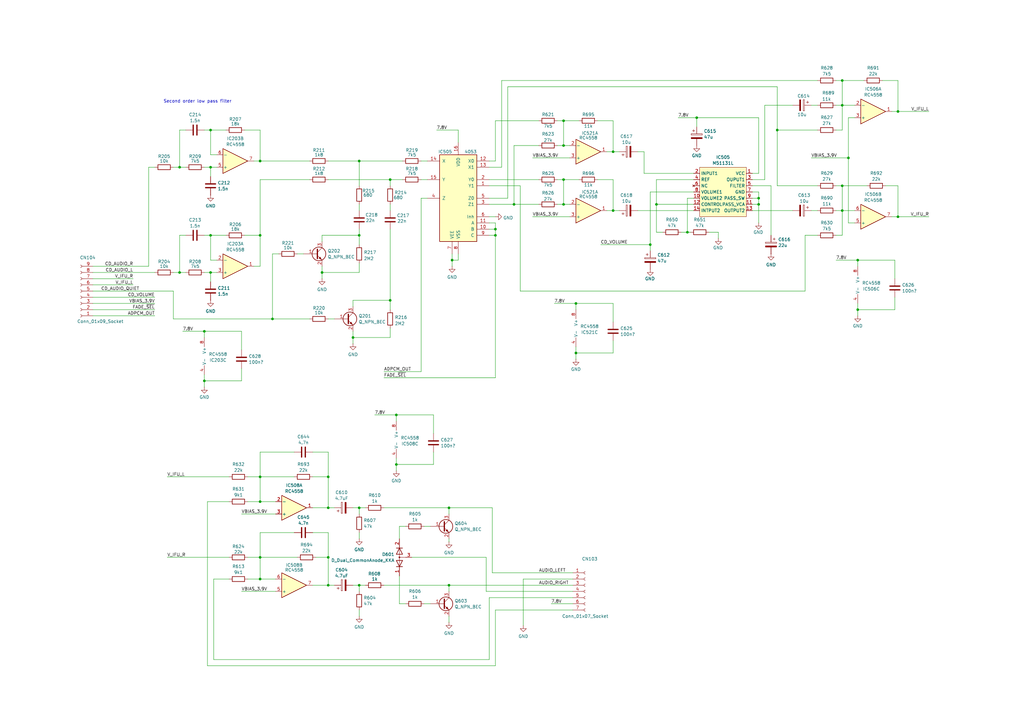
<source format=kicad_sch>
(kicad_sch (version 20231120) (generator "eeschema") (generator_version "8.0")
  (paper "A3")
  (lib_symbols
    (symbol "4xxx:4053" (pin_names (offset 1.016))
      (property "Reference" "U" (at -7.62 19.05 0))
      (property "Value" "4053" (at -7.62 -19.05 0))
      (symbol "4053_1_0"
        (pin passive line (at -12.7 5.08 0) (length 5.08) (name "Y1") (number "1"))
        (pin input line (at -12.7 -12.7 0) (length 5.08) (name "B") (number "10"))
        (pin input line (at -12.7 -10.16 0) (length 5.08) (name "A") (number "11"))
        (pin passive line (at -12.7 15.24 0) (length 5.08) (name "X0") (number "12"))
        (pin passive line (at -12.7 12.7 0) (length 5.08) (name "X1") (number "13"))
        (pin passive line (at 12.7 15.24 180) (length 5.08) (name "X") (number "14"))
        (pin passive line (at 12.7 7.62 180) (length 5.08) (name "Y") (number "15"))
        (pin power_in line (at 0 22.86 270) (length 5.08) (name "VDD") (number "16"))
        (pin passive line (at -12.7 7.62 0) (length 5.08) (name "Y0") (number "2"))
        (pin passive line (at -12.7 -2.54 0) (length 5.08) (name "Z1") (number "3"))
        (pin passive line (at 12.7 0 180) (length 5.08) (name "Z") (number "4"))
        (pin passive line (at -12.7 0 0) (length 5.08) (name "Z0") (number "5"))
        (pin input line (at -12.7 -7.62 0) (length 5.08) (name "Inh") (number "6"))
        (pin power_in line (at 2.54 -22.86 90) (length 5.08) (name "VEE") (number "7"))
        (pin power_in line (at 0 -22.86 90) (length 5.08) (name "VSS") (number "8"))
        (pin input line (at -12.7 -15.24 0) (length 5.08) (name "C") (number "9"))
      )
    )
    (symbol "Amplifier_Operational:RC4558" (pin_names (offset 0.127))
      (property "Reference" "U" (at 0 5.08 0))
      (property "Value" "RC4558" (at 0 -5.08 0))
      (symbol "RC4558_1_1"
        (pin output line (at 7.62 0 180) (length 2.54) (name "~") (number "1"))
        (pin input line (at -7.62 -2.54 0) (length 2.54) (name "-") (number "2"))
        (pin input line (at -7.62 2.54 0) (length 2.54) (name "+") (number "3"))
      )
      (symbol "RC4558_2_1"
        (pin input line (at -7.62 2.54 0) (length 2.54) (name "+") (number "5"))
        (pin input line (at -7.62 -2.54 0) (length 2.54) (name "-") (number "6"))
        (pin output line (at 7.62 0 180) (length 2.54) (name "~") (number "7"))
      )
      (symbol "RC4558_3_1"
        (pin power_in line (at -2.54 -7.62 90) (length 3.81) (name "V-") (number "4"))
        (pin power_in line (at -2.54 7.62 270) (length 3.81) (name "V+") (number "8"))
      )
    )
    (symbol "Connector:Conn_01x07_Socket" (pin_names (offset 1.016) hide)
      (property "Reference" "J" (at 0 10.16 0))
      (property "Value" "Conn_01x07_Socket" (at 0 -10.16 0))
      (symbol "Conn_01x07_Socket_1_1"
        (pin passive line (at -5.08 7.62 0) (length 3.81) (name "Pin_1") (number "1"))
        (pin passive line (at -5.08 5.08 0) (length 3.81) (name "Pin_2") (number "2"))
        (pin passive line (at -5.08 2.54 0) (length 3.81) (name "Pin_3") (number "3"))
        (pin passive line (at -5.08 0 0) (length 3.81) (name "Pin_4") (number "4"))
        (pin passive line (at -5.08 -2.54 0) (length 3.81) (name "Pin_5") (number "5"))
        (pin passive line (at -5.08 -5.08 0) (length 3.81) (name "Pin_6") (number "6"))
        (pin passive line (at -5.08 -7.62 0) (length 3.81) (name "Pin_7") (number "7"))
      )
    )
    (symbol "Connector:Conn_01x09_Socket" (pin_names (offset 1.016) hide)
      (property "Reference" "J" (at 0 12.7 0))
      (property "Value" "Conn_01x09_Socket" (at 0 -12.7 0))
      (symbol "Conn_01x09_Socket_1_1"
        (pin passive line (at -5.08 10.16 0) (length 3.81) (name "Pin_1") (number "1"))
        (pin passive line (at -5.08 7.62 0) (length 3.81) (name "Pin_2") (number "2"))
        (pin passive line (at -5.08 5.08 0) (length 3.81) (name "Pin_3") (number "3"))
        (pin passive line (at -5.08 2.54 0) (length 3.81) (name "Pin_4") (number "4"))
        (pin passive line (at -5.08 0 0) (length 3.81) (name "Pin_5") (number "5"))
        (pin passive line (at -5.08 -2.54 0) (length 3.81) (name "Pin_6") (number "6"))
        (pin passive line (at -5.08 -5.08 0) (length 3.81) (name "Pin_7") (number "7"))
        (pin passive line (at -5.08 -7.62 0) (length 3.81) (name "Pin_8") (number "8"))
        (pin passive line (at -5.08 -10.16 0) (length 3.81) (name "Pin_9") (number "9"))
      )
    )
    (symbol "Device:C" (pin_numbers hide) (pin_names (offset 0.254))
      (property "Reference" "C" (at 0.635 2.54 0))
      (property "Value" "C" (at 0.635 -2.54 0))
      (symbol "C_1_1"
        (pin passive line (at 0 3.81 270) (length 2.794) (name "~") (number "1"))
        (pin passive line (at 0 -3.81 90) (length 2.794) (name "~") (number "2"))
      )
    )
    (symbol "Device:C_Polarized" (pin_numbers hide) (pin_names (offset 0.254))
      (property "Reference" "C" (at 0.635 2.54 0))
      (property "Value" "C_Polarized" (at 0.635 -2.54 0))
      (symbol "C_Polarized_1_1"
        (pin passive line (at 0 3.81 270) (length 2.794) (name "~") (number "1"))
        (pin passive line (at 0 -3.81 90) (length 2.794) (name "~") (number "2"))
      )
    )
    (symbol "Device:D_Dual_CommonAnode_KKA" (pin_names (offset 0.762) hide)
      (property "Reference" "D" (at 1.27 -2.54 0))
      (property "Value" "D_Dual_CommonAnode_KKA" (at 0 2.54 0))
      (symbol "D_Dual_CommonAnode_KKA_0_1"
        (pin passive line (at -7.62 0 0) (length 3.81) (name "K") (number "1"))
        (pin passive line (at 7.62 0 180) (length 3.81) (name "K") (number "2"))
        (pin passive line (at 0 -5.08 90) (length 2.54) (name "A") (number "3"))
      )
    )
    (symbol "Device:Q_NPN_BEC" (pin_names (offset 0) hide)
      (property "Reference" "Q" (at 5.08 1.27 0))
      (property "Value" "Q_NPN_BEC" (at 5.08 -1.27 0))
      (symbol "Q_NPN_BEC_1_1"
        (pin input line (at -5.08 0 0) (length 5.715) (name "B") (number "1"))
        (pin passive line (at 2.54 -5.08 90) (length 2.54) (name "E") (number "2"))
        (pin passive line (at 2.54 5.08 270) (length 2.54) (name "C") (number "3"))
      )
    )
    (symbol "Device:R" (pin_numbers hide) (pin_names (offset 0))
      (property "Reference" "R" (at 2.032 0 90))
      (property "Value" "R" (at 0 0 90))
      (symbol "R_1_1"
        (pin passive line (at 0 3.81 270) (length 1.27) (name "~") (number "1"))
        (pin passive line (at 0 -3.81 90) (length 1.27) (name "~") (number "2"))
      )
    )
    (symbol "IFU-30:M51131L"
      (property "Reference" "IC" (at 1.27 3.81 0))
      (property "Value" "M51131L" (at 11.43 3.81 0))
      (symbol "M51131L_1_1"
        (pin passive line (at -2.54 0 0) (length 2.54) (name "VCC") (number "1"))
        (pin passive line (at 21.59 -10.16 180) (length 2.54) (name "VOLUME2") (number "10"))
        (pin passive line (at -2.54 -12.7 0) (length 2.54) (name "PASS_VCA") (number "11"))
        (pin passive line (at 21.59 -12.7 180) (length 2.54) (name "CONTROL") (number "12"))
        (pin passive line (at -2.54 -15.24 0) (length 2.54) (name "OUTPUT2") (number "13"))
        (pin passive line (at 21.59 -15.24 180) (length 2.54) (name "INTPUT2") (number "14"))
        (pin passive line (at 21.59 0 180) (length 2.54) (name "INPUT1") (number "2"))
        (pin passive line (at -2.54 -2.54 0) (length 2.54) (name "OUPUT1") (number "3"))
        (pin passive line (at 21.59 -2.54 180) (length 2.54) (name "REF") (number "4"))
        (pin passive line (at -2.54 -5.08 0) (length 2.54) (name "FILTER") (number "5"))
        (pin no_connect line (at 21.59 -5.08 180) (length 2.54) (name "NC") (number "6"))
        (pin passive line (at -2.54 -7.62 0) (length 2.54) (name "GND") (number "7"))
        (pin passive line (at 21.59 -7.62 180) (length 2.54) (name "VOLUME1") (number "8"))
        (pin passive line (at -2.54 -10.16 0) (length 2.54) (name "PASS_SW") (number "9"))
      )
    )
    (symbol "power:GND" (power) (pin_numbers hide) (pin_names (offset 0) hide)
      (property "Value" "GND" (at 0 -3.81 0))
      (symbol "GND_1_1"
        (pin power_in line (at 0 0 270) (length 0) (name "~") (number "1"))
      )
    )
  )
  (junction (at 147.32 96.52))
  (junction (at 162.56 170.18))
  (junction (at 368.3 45.72))
  (junction (at 203.2 96.52))
  (junction (at 269.24 83.82))
  (junction (at 236.22 124.46))
  (junction (at 86.36 68.58))
  (junction (at 231.14 73.66))
  (junction (at 147.32 208.28))
  (junction (at 106.68 66.04))
  (junction (at 73.66 111.76))
  (junction (at 311.15 81.28))
  (junction (at 106.68 228.6))
  (junction (at 345.44 76.2))
  (junction (at 318.77 53.34))
  (junction (at 251.46 86.36))
  (junction (at 251.46 62.23))
  (junction (at 147.32 240.03))
  (junction (at 147.32 66.04))
  (junction (at 160.02 73.66))
  (junction (at 86.36 53.34))
  (junction (at 266.7 100.33))
  (junction (at 210.82 83.82))
  (junction (at 236.22 144.78))
  (junction (at 351.79 127))
  (junction (at 231.14 59.69))
  (junction (at 231.14 49.53))
  (junction (at 134.62 228.6))
  (junction (at 231.14 83.82))
  (junction (at 185.42 106.68))
  (junction (at 83.82 156.21))
  (junction (at 347.98 64.77))
  (junction (at 86.36 96.52))
  (junction (at 134.62 208.28))
  (junction (at 184.15 208.28))
  (junction (at 203.2 93.98))
  (junction (at 86.36 111.76))
  (junction (at 345.44 86.36))
  (junction (at 106.68 237.49))
  (junction (at 281.94 95.25))
  (junction (at 144.78 138.43))
  (junction (at 184.15 240.03))
  (junction (at 106.68 205.74))
  (junction (at 160.02 123.19))
  (junction (at 134.62 195.58))
  (junction (at 134.62 240.03))
  (junction (at 345.44 33.02))
  (junction (at 311.15 83.82))
  (junction (at 285.75 48.26))
  (junction (at 111.76 130.81))
  (junction (at 162.56 190.5))
  (junction (at 106.68 96.52))
  (junction (at 351.79 106.68))
  (junction (at 345.44 43.18))
  (junction (at 368.3 88.9))
  (junction (at 73.66 68.58))
  (junction (at 106.68 195.58))
  (junction (at 83.82 135.89))
  (junction (at 132.08 111.76))
  (wire (pts (xy 172.72 81.28) (xy 175.26 81.28)))
  (wire (pts (xy 147.32 86.36) (xy 147.32 83.82)))
  (wire (pts (xy 134.62 73.66) (xy 160.02 73.66)))
  (wire (pts (xy 266.7 100.33) (xy 266.7 102.87)))
  (wire (pts (xy 128.27 218.44) (xy 134.62 218.44)))
  (wire (pts (xy 160.02 93.98) (xy 160.02 123.19)))
  (wire (pts (xy 147.32 252.73) (xy 147.32 250.19)))
  (wire (pts (xy 227.33 124.46) (xy 236.22 124.46)))
  (wire (pts (xy 208.28 35.56) (xy 318.77 35.56)))
  (wire (pts (xy 185.42 106.68) (xy 187.96 106.68)))
  (wire (pts (xy 342.9 76.2) (xy 345.44 76.2)))
  (wire (pts (xy 134.62 185.42) (xy 134.62 195.58)))
  (wire (pts (xy 106.68 96.52) (xy 106.68 109.22)))
  (wire (pts (xy 106.68 195.58) (xy 106.68 205.74)))
  (wire (pts (xy 203.2 96.52) (xy 203.2 93.98)))
  (wire (pts (xy 144.78 123.19) (xy 144.78 125.73)))
  (wire (pts (xy 85.09 205.74) (xy 93.98 205.74)))
  (wire (pts (xy 368.3 88.9) (xy 365.76 88.9)))
  (wire (pts (xy 87.63 237.49) (xy 87.63 270.51)))
  (wire (pts (xy 73.66 53.34) (xy 73.66 68.58)))
  (wire (pts (xy 185.42 106.68) (xy 185.42 109.22)))
  (wire (pts (xy 63.5 121.92) (xy 38.1 121.92)))
  (wire (pts (xy 111.76 130.81) (xy 127 130.81)))
  (wire (pts (xy 311.15 81.28) (xy 311.15 83.82)))
  (wire (pts (xy 134.62 240.03) (xy 137.16 240.03)))
  (wire (pts (xy 351.79 127) (xy 351.79 124.46)))
  (wire (pts (xy 308.61 81.28) (xy 311.15 81.28)))
  (wire (pts (xy 63.5 129.54) (xy 38.1 129.54)))
  (wire (pts (xy 368.3 76.2) (xy 368.3 88.9)))
  (wire (pts (xy 251.46 86.36) (xy 251.46 73.66)))
  (wire (pts (xy 86.36 96.52) (xy 83.82 96.52)))
  (wire (pts (xy 210.82 83.82) (xy 210.82 59.69)))
  (wire (pts (xy 147.32 66.04) (xy 147.32 76.2)))
  (wire (pts (xy 311.15 78.74) (xy 311.15 81.28)))
  (wire (pts (xy 231.14 49.53) (xy 237.49 49.53)))
  (wire (pts (xy 71.12 68.58) (xy 73.66 68.58)))
  (wire (pts (xy 147.32 240.03) (xy 149.86 240.03)))
  (wire (pts (xy 100.33 53.34) (xy 106.68 53.34)))
  (wire (pts (xy 266.7 78.74) (xy 284.48 78.74)))
  (wire (pts (xy 163.83 247.65) (xy 166.37 247.65)))
  (wire (pts (xy 106.68 73.66) (xy 127 73.66)))
  (wire (pts (xy 311.15 71.12) (xy 308.61 71.12)))
  (wire (pts (xy 234.95 237.49) (xy 214.63 237.49)))
  (wire (pts (xy 38.1 109.22) (xy 60.96 109.22)))
  (wire (pts (xy 231.14 73.66) (xy 237.49 73.66)))
  (wire (pts (xy 132.08 109.22) (xy 132.08 111.76)))
  (wire (pts (xy 160.02 127) (xy 160.02 123.19)))
  (wire (pts (xy 294.64 95.25) (xy 294.64 97.79)))
  (wire (pts (xy 121.92 104.14) (xy 124.46 104.14)))
  (wire (pts (xy 367.03 114.3) (xy 367.03 106.68)))
  (wire (pts (xy 144.78 138.43) (xy 144.78 140.97)))
  (wire (pts (xy 177.8 190.5) (xy 162.56 190.5)))
  (wire (pts (xy 184.15 240.03) (xy 184.15 242.57)))
  (wire (pts (xy 187.96 53.34) (xy 187.96 58.42)))
  (wire (pts (xy 228.6 59.69) (xy 231.14 59.69)))
  (wire (pts (xy 132.08 111.76) (xy 132.08 114.3)))
  (wire (pts (xy 213.36 119.38) (xy 330.2 119.38)))
  (wire (pts (xy 318.77 53.34) (xy 335.28 53.34)))
  (wire (pts (xy 210.82 59.69) (xy 220.98 59.69)))
  (wire (pts (xy 38.1 119.38) (xy 71.12 119.38)))
  (wire (pts (xy 248.92 86.36) (xy 251.46 86.36)))
  (wire (pts (xy 279.4 95.25) (xy 281.94 95.25)))
  (wire (pts (xy 365.76 45.72) (xy 368.3 45.72)))
  (wire (pts (xy 54.61 114.3) (xy 38.1 114.3)))
  (wire (pts (xy 147.32 96.52) (xy 147.32 93.98)))
  (wire (pts (xy 134.62 130.81) (xy 137.16 130.81)))
  (wire (pts (xy 157.48 154.94) (xy 203.2 154.94)))
  (wire (pts (xy 147.32 240.03) (xy 147.32 242.57)))
  (wire (pts (xy 203.2 273.05) (xy 203.2 250.19)))
  (wire (pts (xy 160.02 73.66) (xy 165.1 73.66)))
  (wire (pts (xy 100.33 96.52) (xy 106.68 96.52)))
  (wire (pts (xy 106.68 73.66) (xy 106.68 96.52)))
  (wire (pts (xy 99.06 151.13) (xy 99.06 156.21)))
  (wire (pts (xy 99.06 156.21) (xy 83.82 156.21)))
  (wire (pts (xy 129.54 228.6) (xy 134.62 228.6)))
  (wire (pts (xy 342.9 53.34) (xy 345.44 53.34)))
  (wire (pts (xy 184.15 252.73) (xy 184.15 255.27)))
  (wire (pts (xy 86.36 53.34) (xy 92.71 53.34)))
  (wire (pts (xy 251.46 132.08) (xy 251.46 124.46)))
  (wire (pts (xy 106.68 237.49) (xy 113.03 237.49)))
  (wire (pts (xy 68.58 195.58) (xy 93.98 195.58)))
  (wire (pts (xy 63.5 127) (xy 38.1 127)))
  (wire (pts (xy 214.63 237.49) (xy 214.63 256.54)))
  (wire (pts (xy 172.72 66.04) (xy 175.26 66.04)))
  (wire (pts (xy 269.24 73.66) (xy 284.48 73.66)))
  (wire (pts (xy 106.68 185.42) (xy 106.68 195.58)))
  (wire (pts (xy 134.62 208.28) (xy 137.16 208.28)))
  (wire (pts (xy 92.71 96.52) (xy 86.36 96.52)))
  (wire (pts (xy 88.9 106.68) (xy 86.36 106.68)))
  (wire (pts (xy 200.66 96.52) (xy 203.2 96.52)))
  (wire (pts (xy 71.12 111.76) (xy 73.66 111.76)))
  (wire (pts (xy 71.12 130.81) (xy 111.76 130.81)))
  (wire (pts (xy 363.22 76.2) (xy 368.3 76.2)))
  (wire (pts (xy 88.9 63.5) (xy 86.36 63.5)))
  (wire (pts (xy 200.66 76.2) (xy 213.36 76.2)))
  (wire (pts (xy 368.3 45.72) (xy 381 45.72)))
  (wire (pts (xy 38.1 111.76) (xy 63.5 111.76)))
  (wire (pts (xy 285.75 48.26) (xy 311.15 48.26)))
  (wire (pts (xy 200.66 81.28) (xy 208.28 81.28)))
  (wire (pts (xy 120.65 185.42) (xy 106.68 185.42)))
  (wire (pts (xy 220.98 49.53) (xy 203.2 49.53)))
  (wire (pts (xy 184.15 240.03) (xy 234.95 240.03)))
  (wire (pts (xy 313.69 73.66) (xy 313.69 43.18)))
  (wire (pts (xy 73.66 96.52) (xy 73.66 111.76)))
  (wire (pts (xy 361.95 33.02) (xy 368.3 33.02)))
  (wire (pts (xy 85.09 205.74) (xy 85.09 273.05)))
  (wire (pts (xy 106.68 205.74) (xy 113.03 205.74)))
  (wire (pts (xy 86.36 106.68) (xy 86.36 96.52)))
  (wire (pts (xy 200.66 66.04) (xy 203.2 66.04)))
  (wire (pts (xy 316.23 96.52) (xy 316.23 76.2)))
  (wire (pts (xy 208.28 35.56) (xy 208.28 81.28)))
  (wire (pts (xy 330.2 96.52) (xy 330.2 119.38)))
  (wire (pts (xy 335.28 43.18) (xy 332.74 43.18)))
  (wire (pts (xy 83.82 158.75) (xy 83.82 156.21)))
  (wire (pts (xy 177.8 177.8) (xy 177.8 170.18)))
  (wire (pts (xy 134.62 66.04) (xy 147.32 66.04)))
  (wire (pts (xy 120.65 195.58) (xy 106.68 195.58)))
  (wire (pts (xy 261.62 62.23) (xy 264.16 62.23)))
  (wire (pts (xy 179.07 53.34) (xy 187.96 53.34)))
  (wire (pts (xy 83.82 68.58) (xy 86.36 68.58)))
  (wire (pts (xy 342.9 96.52) (xy 345.44 96.52)))
  (wire (pts (xy 251.46 62.23) (xy 251.46 49.53)))
  (wire (pts (xy 74.93 135.89) (xy 83.82 135.89)))
  (wire (pts (xy 101.6 228.6) (xy 106.68 228.6)))
  (wire (pts (xy 87.63 270.51) (xy 200.66 270.51)))
  (wire (pts (xy 200.66 73.66) (xy 220.98 73.66)))
  (wire (pts (xy 245.11 49.53) (xy 251.46 49.53)))
  (wire (pts (xy 345.44 43.18) (xy 345.44 53.34)))
  (wire (pts (xy 134.62 195.58) (xy 134.62 208.28)))
  (wire (pts (xy 157.48 152.4) (xy 172.72 152.4)))
  (wire (pts (xy 313.69 43.18) (xy 325.12 43.18)))
  (wire (pts (xy 269.24 83.82) (xy 284.48 83.82)))
  (wire (pts (xy 166.37 215.9) (xy 163.83 215.9)))
  (wire (pts (xy 176.53 215.9) (xy 173.99 215.9)))
  (wire (pts (xy 269.24 83.82) (xy 269.24 73.66)))
  (wire (pts (xy 251.46 139.7) (xy 251.46 144.78)))
  (wire (pts (xy 157.48 208.28) (xy 184.15 208.28)))
  (wire (pts (xy 160.02 76.2) (xy 160.02 73.66)))
  (wire (pts (xy 106.68 66.04) (xy 127 66.04)))
  (wire (pts (xy 201.93 234.95) (xy 201.93 208.28)))
  (wire (pts (xy 99.06 135.89) (xy 83.82 135.89)))
  (wire (pts (xy 76.2 96.52) (xy 73.66 96.52)))
  (wire (pts (xy 285.75 48.26) (xy 285.75 52.07)))
  (wire (pts (xy 160.02 86.36) (xy 160.02 83.82)))
  (wire (pts (xy 63.5 124.46) (xy 38.1 124.46)))
  (wire (pts (xy 269.24 95.25) (xy 271.78 95.25)))
  (wire (pts (xy 332.74 64.77) (xy 347.98 64.77)))
  (wire (pts (xy 345.44 33.02) (xy 345.44 43.18)))
  (wire (pts (xy 269.24 83.82) (xy 269.24 95.25)))
  (wire (pts (xy 99.06 210.82) (xy 113.03 210.82)))
  (wire (pts (xy 134.62 228.6) (xy 134.62 240.03)))
  (wire (pts (xy 176.53 247.65) (xy 173.99 247.65)))
  (wire (pts (xy 311.15 91.44) (xy 311.15 83.82)))
  (wire (pts (xy 162.56 193.04) (xy 162.56 190.5)))
  (wire (pts (xy 345.44 76.2) (xy 345.44 86.36)))
  (wire (pts (xy 101.6 205.74) (xy 106.68 205.74)))
  (wire (pts (xy 201.93 234.95) (xy 234.95 234.95)))
  (wire (pts (xy 200.66 270.51) (xy 200.66 245.11)))
  (wire (pts (xy 85.09 273.05) (xy 203.2 273.05)))
  (wire (pts (xy 128.27 208.28) (xy 134.62 208.28)))
  (wire (pts (xy 203.2 49.53) (xy 203.2 66.04)))
  (wire (pts (xy 149.86 208.28) (xy 147.32 208.28)))
  (wire (pts (xy 264.16 62.23) (xy 264.16 71.12)))
  (wire (pts (xy 147.32 208.28) (xy 147.32 210.82)))
  (wire (pts (xy 308.61 83.82) (xy 311.15 83.82)))
  (wire (pts (xy 345.44 43.18) (xy 342.9 43.18)))
  (wire (pts (xy 200.66 91.44) (xy 203.2 91.44)))
  (wire (pts (xy 147.32 218.44) (xy 147.32 220.98)))
  (wire (pts (xy 203.2 96.52) (xy 203.2 154.94)))
  (wire (pts (xy 200.66 83.82) (xy 210.82 83.82)))
  (wire (pts (xy 231.14 59.69) (xy 233.68 59.69)))
  (wire (pts (xy 163.83 236.22) (xy 163.83 247.65)))
  (wire (pts (xy 153.67 170.18) (xy 162.56 170.18)))
  (wire (pts (xy 210.82 83.82) (xy 220.98 83.82)))
  (wire (pts (xy 134.62 218.44) (xy 134.62 228.6)))
  (wire (pts (xy 163.83 215.9) (xy 163.83 220.98)))
  (wire (pts (xy 101.6 237.49) (xy 106.68 237.49)))
  (wire (pts (xy 106.68 228.6) (xy 106.68 237.49)))
  (wire (pts (xy 308.61 78.74) (xy 311.15 78.74)))
  (wire (pts (xy 200.66 88.9) (xy 203.2 88.9)))
  (wire (pts (xy 106.68 109.22) (xy 104.14 109.22)))
  (wire (pts (xy 266.7 78.74) (xy 266.7 100.33)))
  (wire (pts (xy 144.78 138.43) (xy 144.78 135.89)))
  (wire (pts (xy 367.03 127) (xy 351.79 127)))
  (wire (pts (xy 128.27 240.03) (xy 134.62 240.03)))
  (wire (pts (xy 308.61 76.2) (xy 316.23 76.2)))
  (wire (pts (xy 60.96 68.58) (xy 60.96 109.22)))
  (wire (pts (xy 345.44 76.2) (xy 355.6 76.2)))
  (wire (pts (xy 234.95 242.57) (xy 199.39 242.57)))
  (wire (pts (xy 144.78 240.03) (xy 147.32 240.03)))
  (wire (pts (xy 335.28 33.02) (xy 205.74 33.02)))
  (wire (pts (xy 251.46 124.46) (xy 236.22 124.46)))
  (wire (pts (xy 86.36 111.76) (xy 86.36 115.57)))
  (wire (pts (xy 132.08 111.76) (xy 147.32 111.76)))
  (wire (pts (xy 83.82 156.21) (xy 83.82 153.67)))
  (wire (pts (xy 172.72 152.4) (xy 172.72 81.28)))
  (wire (pts (xy 106.68 218.44) (xy 106.68 228.6)))
  (wire (pts (xy 347.98 48.26) (xy 347.98 64.77)))
  (wire (pts (xy 101.6 195.58) (xy 106.68 195.58)))
  (wire (pts (xy 368.3 45.72) (xy 368.3 33.02)))
  (wire (pts (xy 231.14 83.82) (xy 233.68 83.82)))
  (wire (pts (xy 168.91 228.6) (xy 199.39 228.6)))
  (wire (pts (xy 342.9 33.02) (xy 345.44 33.02)))
  (wire (pts (xy 162.56 190.5) (xy 162.56 187.96)))
  (wire (pts (xy 228.6 49.53) (xy 231.14 49.53)))
  (wire (pts (xy 114.3 104.14) (xy 111.76 104.14)))
  (wire (pts (xy 187.96 106.68) (xy 187.96 104.14)))
  (wire (pts (xy 76.2 53.34) (xy 73.66 53.34)))
  (wire (pts (xy 87.63 237.49) (xy 93.98 237.49)))
  (wire (pts (xy 68.58 228.6) (xy 93.98 228.6)))
  (wire (pts (xy 342.9 86.36) (xy 345.44 86.36)))
  (wire (pts (xy 106.68 66.04) (xy 104.14 66.04)))
  (wire (pts (xy 144.78 123.19) (xy 160.02 123.19)))
  (wire (pts (xy 251.46 86.36) (xy 254 86.36)))
  (wire (pts (xy 335.28 96.52) (xy 330.2 96.52)))
  (wire (pts (xy 318.77 53.34) (xy 318.77 76.2)))
  (wire (pts (xy 185.42 104.14) (xy 185.42 106.68)))
  (wire (pts (xy 236.22 124.46) (xy 236.22 127)))
  (wire (pts (xy 132.08 96.52) (xy 132.08 99.06)))
  (wire (pts (xy 83.82 135.89) (xy 83.82 138.43)))
  (wire (pts (xy 281.94 81.28) (xy 281.94 95.25)))
  (wire (pts (xy 83.82 111.76) (xy 86.36 111.76)))
  (wire (pts (xy 350.52 91.44) (xy 347.98 91.44)))
  (wire (pts (xy 71.12 119.38) (xy 71.12 130.81)))
  (wire (pts (xy 351.79 129.54) (xy 351.79 127)))
  (wire (pts (xy 177.8 185.42) (xy 177.8 190.5)))
  (wire (pts (xy 201.93 208.28) (xy 184.15 208.28)))
  (wire (pts (xy 160.02 134.62) (xy 160.02 138.43)))
  (wire (pts (xy 350.52 43.18) (xy 345.44 43.18)))
  (wire (pts (xy 342.9 106.68) (xy 351.79 106.68)))
  (wire (pts (xy 73.66 111.76) (xy 76.2 111.76)))
  (wire (pts (xy 120.65 218.44) (xy 106.68 218.44)))
  (wire (pts (xy 351.79 106.68) (xy 351.79 109.22)))
  (wire (pts (xy 347.98 91.44) (xy 347.98 64.77)))
  (wire (pts (xy 147.32 66.04) (xy 165.1 66.04)))
  (wire (pts (xy 106.68 53.34) (xy 106.68 66.04)))
  (wire (pts (xy 200.66 245.11) (xy 234.95 245.11)))
  (wire (pts (xy 236.22 147.32) (xy 236.22 144.78)))
  (wire (pts (xy 162.56 170.18) (xy 162.56 172.72)))
  (wire (pts (xy 251.46 144.78) (xy 236.22 144.78)))
  (wire (pts (xy 345.44 86.36) (xy 345.44 96.52)))
  (wire (pts (xy 308.61 73.66) (xy 313.69 73.66)))
  (wire (pts (xy 99.06 143.51) (xy 99.06 135.89)))
  (wire (pts (xy 367.03 121.92) (xy 367.03 127)))
  (wire (pts (xy 147.32 96.52) (xy 132.08 96.52)))
  (wire (pts (xy 246.38 100.33) (xy 266.7 100.33)))
  (wire (pts (xy 86.36 68.58) (xy 86.36 72.39)))
  (wire (pts (xy 245.11 73.66) (xy 251.46 73.66)))
  (wire (pts (xy 345.44 86.36) (xy 350.52 86.36)))
  (wire (pts (xy 261.62 86.36) (xy 284.48 86.36)))
  (wire (pts (xy 147.32 111.76) (xy 147.32 107.95)))
  (wire (pts (xy 177.8 170.18) (xy 162.56 170.18)))
  (wire (pts (xy 106.68 228.6) (xy 121.92 228.6)))
  (wire (pts (xy 73.66 68.58) (xy 76.2 68.58)))
  (wire (pts (xy 111.76 104.14) (xy 111.76 130.81)))
  (wire (pts (xy 54.61 116.84) (xy 38.1 116.84)))
  (wire (pts (xy 99.06 242.57) (xy 113.03 242.57)))
  (wire (pts (xy 368.3 88.9) (xy 381 88.9)))
  (wire (pts (xy 318.77 35.56) (xy 318.77 53.34)))
  (wire (pts (xy 278.13 48.26) (xy 285.75 48.26)))
  (wire (pts (xy 248.92 62.23) (xy 251.46 62.23)))
  (wire (pts (xy 203.2 250.19) (xy 234.95 250.19)))
  (wire (pts (xy 311.15 48.26) (xy 311.15 71.12)))
  (wire (pts (xy 203.2 93.98) (xy 200.66 93.98)))
  (wire (pts (xy 184.15 220.98) (xy 184.15 222.25)))
  (wire (pts (xy 335.28 86.36) (xy 332.74 86.36)))
  (wire (pts (xy 308.61 86.36) (xy 325.12 86.36)))
  (wire (pts (xy 86.36 68.58) (xy 88.9 68.58)))
  (wire (pts (xy 213.36 76.2) (xy 213.36 119.38)))
  (wire (pts (xy 350.52 48.26) (xy 347.98 48.26)))
  (wire (pts (xy 228.6 83.82) (xy 231.14 83.82)))
  (wire (pts (xy 60.96 68.58) (xy 63.5 68.58)))
  (wire (pts (xy 86.36 63.5) (xy 86.36 53.34)))
  (wire (pts (xy 251.46 62.23) (xy 254 62.23)))
  (wire (pts (xy 294.64 95.25) (xy 290.83 95.25)))
  (wire (pts (xy 83.82 53.34) (xy 86.36 53.34)))
  (wire (pts (xy 86.36 111.76) (xy 88.9 111.76)))
  (wire (pts (xy 147.32 100.33) (xy 147.32 96.52)))
  (wire (pts (xy 226.06 247.65) (xy 234.95 247.65)))
  (wire (pts (xy 231.14 49.53) (xy 231.14 59.69)))
  (wire (pts (xy 281.94 95.25) (xy 283.21 95.25)))
  (wire (pts (xy 264.16 71.12) (xy 284.48 71.12)))
  (wire (pts (xy 172.72 73.66) (xy 175.26 73.66)))
  (wire (pts (xy 231.14 73.66) (xy 231.14 83.82)))
  (wire (pts (xy 184.15 208.28) (xy 184.15 210.82)))
  (wire (pts (xy 205.74 33.02) (xy 205.74 68.58)))
  (wire (pts (xy 157.48 240.03) (xy 184.15 240.03)))
  (wire (pts (xy 128.27 195.58) (xy 134.62 195.58)))
  (wire (pts (xy 236.22 144.78) (xy 236.22 142.24)))
  (wire (pts (xy 367.03 106.68) (xy 351.79 106.68)))
  (wire (pts (xy 199.39 242.57) (xy 199.39 228.6)))
  (wire (pts (xy 128.27 185.42) (xy 134.62 185.42)))
  (wire (pts (xy 218.44 88.9) (xy 233.68 88.9)))
  (wire (pts (xy 218.44 64.77) (xy 233.68 64.77)))
  (wire (pts (xy 318.77 76.2) (xy 335.28 76.2)))
  (wire (pts (xy 284.48 81.28) (xy 281.94 81.28)))
  (wire (pts (xy 200.66 68.58) (xy 205.74 68.58)))
  (wire (pts (xy 345.44 33.02) (xy 354.33 33.02)))
  (wire (pts (xy 160.02 138.43) (xy 144.78 138.43)))
  (wire (pts (xy 203.2 91.44) (xy 203.2 93.98)))
  (wire (pts (xy 228.6 73.66) (xy 231.14 73.66)))
  (wire (pts (xy 144.78 208.28) (xy 147.32 208.28)))
  (text "Second order low pass filter" (at 81.026 41.656 0) (effects (font (size 1.27 1.27))))
  (label "V_IFU_L" (at 54.61 116.84 180))
  (label "7.8V" (at 342.9 106.68 0))
  (label "CD_AUDIO_R" (at 54.61 109.22 180))
  (label "VBIAS_3.9V" (at 218.44 88.9 0))
  (label "7.8V" (at 278.13 48.26 0))
  (label "CD_VOLUME" (at 246.38 100.33 0))
  (label "V_IFU_R" (at 381 88.9 180))
  (label "V_IFU_R" (at 68.58 228.6 0))
  (label "CD_AUDIO_QUIET" (at 57.15 119.38 180))
  (label "VBIAS_3.9V" (at 99.06 210.82 0))
  (label "AUDIO_LEFT" (at 220.98 234.95 0))
  (label "V_IFU_L" (at 381 45.72 180))
  (label "FADE_~{SEL}" (at 63.5 127 180))
  (label "7.8V" (at 226.06 247.65 0))
  (label "CD_AUDIO_L" (at 54.61 111.76 180))
  (label "V_IFU_L" (at 68.58 195.58 0))
  (label "AUDIO_RIGHT" (at 220.98 240.03 0))
  (label "7.8V" (at 227.33 124.46 0))
  (label "CD_VOLUME" (at 63.5 121.92 180))
  (label "VBIAS_3.9V" (at 99.06 242.57 0))
  (label "7.8V" (at 153.67 170.18 0))
  (label "FADE_~{SEL}" (at 157.48 154.94 0))
  (label "ADPCM_OUT" (at 63.5 129.54 180))
  (label "VBIAS_3.9V" (at 218.44 64.77 0))
  (label "7.8V" (at 179.07 53.34 0))
  (label "VBIAS_3.9V" (at 63.5 124.46 180))
  (label "ADPCM_OUT" (at 157.48 152.4 0))
  (label "VBIAS_3.9V" (at 332.74 64.77 0))
  (label "V_IFU_R" (at 54.61 114.3 180))
  (label "7.8V" (at 74.93 135.89 0))
  (symbol (lib_id "Device:R") (at 118.11 104.14 90) (unit 1)
    (property "Reference" "R221" (at 118.11 99.695 90))
    (property "Value" "10k" (at 118.11 101.6 90))
    (property "Description" "Resistor" (effects (hide yes)))
  )
  (symbol (lib_id "Amplifier_Operational:RC4558") (at 241.3 62.23 0) (mirror x) (unit 1)
    (property "Reference" "IC521" (at 241.935 54.61 0))
    (property "Value" "RC4558" (at 241.3 56.515 0))
    (property "Datasheet" "http://www.ti.com/lit/ds/symlink/rc4558.pdf" (effects (hide yes)))
    (property "Description" "Dual General Purpose, Operational Amplifier, DIP-8/SOIC-8/SSOP-8" (effects (hide yes)))
  )
  (symbol (lib_id "Device:R") (at 170.18 247.65 270) (unit 1)
    (property "Reference" "R606" (at 170.18 242.4895 90))
    (property "Value" "1k" (at 170.18 244.9138 90))
    (property "Description" "Resistor" (effects (hide yes)))
  )
  (symbol (lib_id "Device:C") (at 147.32 90.17 180) (unit 1)
    (property "Reference" "C218" (at 152.4 88.138 0))
    (property "Value" "22n" (at 151.892 90.424 0))
    (property "Description" "Unpolarized capacitor" (effects (hide yes)))
  )
  (symbol (lib_id "power:GND") (at 214.63 256.54 0) (unit 1)
    (property "Reference" "#PWR0201" (effects (hide yes)))
    (property "Value" "GND" (at 214.63 260.9834 0))
    (property "Description" "Power symbol creates a global label with name \"GND\" , ground" (effects (hide yes)))
  )
  (symbol (lib_id "Device:R") (at 147.32 214.63 0) (unit 1)
    (property "Reference" "R607" (at 149.098 213.4178 0) (effects (justify left)))
    (property "Value" "47k" (at 149.098 215.8421 0) (effects (justify left)))
    (property "Description" "Resistor" (effects (hide yes)))
  )
  (symbol (lib_id "Device:Q_NPN_BEC") (at 181.61 215.9 0) (unit 1)
    (property "Reference" "Q604" (at 186.4614 214.6878 0) (effects (justify left)))
    (property "Value" "Q_NPN_BEC" (at 186.4614 217.1121 0) (effects (justify left)))
    (property "Description" "NPN transistor, base/emitter/collector" (effects (hide yes)))
  )
  (symbol (lib_id "Device:R") (at 125.73 228.6 90) (unit 1)
    (property "Reference" "R694" (at 125.73 223.4395 90))
    (property "Value" "22k" (at 125.73 225.8638 90))
    (property "Description" "Resistor" (effects (hide yes)))
  )
  (symbol (lib_id "Device:R") (at 67.31 111.76 90) (unit 1)
    (property "Reference" "R204" (at 67.31 107.315 90))
    (property "Value" "10k" (at 67.31 109.22 90))
    (property "Description" "Resistor" (effects (hide yes)))
  )
  (symbol (lib_id "Amplifier_Operational:RC4558") (at 96.52 66.04 0) (mirror x) (unit 2)
    (property "Reference" "IC203" (at 96.52 56.8155 0))
    (property "Value" "RC4558" (at 96.52 59.2398 0))
    (property "Datasheet" "http://www.ti.com/lit/ds/symlink/rc4558.pdf" (effects (hide yes)))
    (property "Description" "Dual General Purpose, Operational Amplifier, DIP-8/SOIC-8/SSOP-8" (effects (hide yes)))
  )
  (symbol (lib_id "4xxx:4053") (at 187.96 81.28 0) (mirror y) (unit 1)
    (property "Reference" "IC505" (at 179.705 62.23 0) (effects (justify right)))
    (property "Value" "4053" (at 190.5 62.23 0) (effects (justify right)))
    (property "Datasheet" "http://www.intersil.com/content/dam/Intersil/documents/cd40/cd4051bms-52bms-53bms.pdf" (effects (hide yes)))
    (property "Description" "Triple analog Multiplexer 2 to 1 line" (effects (hide yes)))
  )
  (symbol (lib_id "power:GND") (at 316.23 104.14 0) (unit 1)
    (property "Reference" "#PWR0194" (effects (hide yes)))
    (property "Value" "GND" (at 316.23 108.5834 0))
    (property "Description" "Power symbol creates a global label with name \"GND\" , ground" (effects (hide yes)))
  )
  (symbol (lib_id "Device:R") (at 124.46 195.58 90) (unit 1)
    (property "Reference" "R693" (at 124.46 190.4195 90))
    (property "Value" "22k" (at 124.46 192.8438 90))
    (property "Description" "Resistor" (effects (hide yes)))
  )
  (symbol (lib_id "Device:R") (at 339.09 43.18 270) (unit 1)
    (property "Reference" "R689" (at 337.185 38.1 90) (effects (justify left)))
    (property "Value" "11k" (at 337.185 40.64 90) (effects (justify left)))
    (property "Description" "Resistor" (effects (hide yes)))
  )
  (symbol (lib_id "Amplifier_Operational:RC4558") (at 120.65 208.28 0) (mirror x) (unit 1)
    (property "Reference" "IC508" (at 120.65 199.0555 0))
    (property "Value" "RC4558" (at 120.65 201.4798 0))
    (property "Datasheet" "http://www.ti.com/lit/ds/symlink/rc4558.pdf" (effects (hide yes)))
    (property "Description" "Dual General Purpose, Operational Amplifier, DIP-8/SOIC-8/SSOP-8" (effects (hide yes)))
  )
  (symbol (lib_id "power:GND") (at 285.75 59.69 0) (unit 1)
    (property "Reference" "#PWR01" (effects (hide yes)))
    (property "Value" "GND" (at 285.75 63.8231 0))
    (property "Description" "Power symbol creates a global label with name \"GND\" , ground" (effects (hide yes)))
  )
  (symbol (lib_id "Device:R") (at 80.01 68.58 90) (unit 1)
    (property "Reference" "R209" (at 80.01 64.135 90))
    (property "Value" "7k5" (at 80.01 66.04 90))
    (property "Description" "Resistor" (effects (hide yes)))
  )
  (symbol (lib_id "Device:R") (at 275.59 95.25 90) (unit 1)
    (property "Reference" "R650" (at 275.59 90.0895 90))
    (property "Value" "47k" (at 275.59 92.5138 90))
    (property "Description" "Resistor" (effects (hide yes)))
  )
  (symbol (lib_id "Device:R") (at 160.02 80.01 180) (unit 1)
    (property "Reference" "R214" (at 164.338 78.994 0))
    (property "Value" "680" (at 163.322 81.026 0))
    (property "Description" "Resistor" (effects (hide yes)))
  )
  (symbol (lib_id "power:GND") (at 162.56 193.04 0) (unit 1)
    (property "Reference" "#PWR02" (effects (hide yes)))
    (property "Value" "GND" (at 162.56 197.1731 0))
    (property "Description" "Power symbol creates a global label with name \"GND\" , ground" (effects (hide yes)))
  )
  (symbol (lib_id "Device:C_Polarized") (at 266.7 106.68 0) (unit 1)
    (property "Reference" "C612" (at 269.621 104.5788 0) (effects (justify left)))
    (property "Value" "47u" (at 269.621 107.0031 0) (effects (justify left)))
    (property "Description" "Polarized capacitor" (effects (hide yes)))
  )
  (symbol (lib_id "Device:R") (at 224.79 59.69 90) (unit 1)
    (property "Reference" "R623" (at 224.79 54.9742 90))
    (property "Value" "27k" (at 224.79 57.5111 90))
    (property "Description" "Resistor" (effects (hide yes)))
  )
  (symbol (lib_id "Device:R") (at 358.14 33.02 90) (unit 1)
    (property "Reference" "R691" (at 358.14 27.8595 90))
    (property "Value" "22k" (at 358.14 30.2838 90))
    (property "Description" "Resistor" (effects (hide yes)))
  )
  (symbol (lib_id "power:GND") (at 132.08 114.3 0) (unit 1)
    (property "Reference" "#PWR05" (effects (hide yes)))
    (property "Value" "GND" (at 132.08 118.7434 0))
    (property "Description" "Power symbol creates a global label with name \"GND\" , ground" (effects (hide yes)))
  )
  (symbol (lib_id "Amplifier_Operational:RC4558") (at 358.14 88.9 0) (mirror x) (unit 2)
    (property "Reference" "IC506" (at 358.14 79.6755 0))
    (property "Value" "RC4558" (at 358.14 82.0998 0))
    (property "Datasheet" "http://www.ti.com/lit/ds/symlink/rc4558.pdf" (effects (hide yes)))
    (property "Description" "Dual General Purpose, Operational Amplifier, DIP-8/SOIC-8/SSOP-8" (effects (hide yes)))
  )
  (symbol (lib_id "power:GND") (at 86.36 123.19 0) (unit 1)
    (property "Reference" "#PWR06" (effects (hide yes)))
    (property "Value" "GND" (at 86.36 127.6334 0))
    (property "Description" "Power symbol creates a global label with name \"GND\" , ground" (effects (hide yes)))
  )
  (symbol (lib_id "Device:C") (at 124.46 185.42 90) (unit 1)
    (property "Reference" "C644" (at 124.46 179.1165 90))
    (property "Value" "4.7n" (at 124.46 181.5408 90))
    (property "Description" "Unpolarized capacitor" (effects (hide yes)))
  )
  (symbol (lib_id "Device:R") (at 287.02 95.25 270) (unit 1)
    (property "Reference" "R651" (at 287.02 90.0895 90))
    (property "Value" "47k" (at 287.02 92.5138 90))
    (property "Description" "Resistor" (effects (hide yes)))
  )
  (symbol (lib_id "Connector:Conn_01x09_Socket") (at 33.02 119.38 180) (unit 1)
    (property "Reference" "CN104" (at 32.766 105.664 0) (effects (justify right)))
    (property "Value" "Conn_01x09_Socket" (at 41.148 131.826 0))
    (property "Description" "Generic connector, single row, 01x09, script generated" (effects (hide yes)))
  )
  (symbol (lib_id "Device:R") (at 97.79 228.6 90) (unit 1)
    (property "Reference" "R624" (at 97.79 224.155 90))
    (property "Value" "22k" (at 97.79 226.4211 90))
    (property "Description" "Resistor" (effects (hide yes)))
  )
  (symbol (lib_id "Amplifier_Operational:RC4558") (at 354.33 116.84 0) (unit 3)
    (property "Reference" "IC506" (at 357.378 118.5023 0))
    (property "Value" "RC4558" (at 357.378 116.078 0))
    (property "Datasheet" "http://www.ti.com/lit/ds/symlink/rc4558.pdf" (effects (hide yes)))
    (property "Description" "Dual General Purpose, Operational Amplifier, DIP-8/SOIC-8/SSOP-8" (effects (hide yes)))
  )
  (symbol (lib_id "Device:R") (at 339.09 76.2 90) (unit 1)
    (property "Reference" "R629" (at 339.09 71.0395 90))
    (property "Value" "27k" (at 339.09 73.4638 90))
    (property "Description" "Resistor" (effects (hide yes)))
  )
  (symbol (lib_id "power:GND") (at 147.32 252.73 0) (unit 1)
    (property "Reference" "#PWR0196" (effects (hide yes)))
    (property "Value" "GND" (at 147.32 257.175 0))
    (property "Description" "Power symbol creates a global label with name \"GND\" , ground" (effects (hide yes)))
  )
  (symbol (lib_id "Device:R") (at 359.41 76.2 90) (unit 1)
    (property "Reference" "R692" (at 359.41 71.0395 90))
    (property "Value" "22k" (at 359.41 73.4638 90))
    (property "Description" "Resistor" (effects (hide yes)))
  )
  (symbol (lib_id "Device:R") (at 147.32 246.38 0) (unit 1)
    (property "Reference" "R604" (at 149.098 245.1678 0) (effects (justify left)))
    (property "Value" "47k" (at 149.098 247.5921 0) (effects (justify left)))
    (property "Description" "Resistor" (effects (hide yes)))
  )
  (symbol (lib_id "Device:R") (at 339.09 33.02 270) (unit 1)
    (property "Reference" "R628" (at 339.09 27.8595 90))
    (property "Value" "7k5" (at 339.09 30.2838 90))
    (property "Description" "Resistor" (effects (hide yes)))
  )
  (symbol (lib_id "power:GND") (at 147.32 220.98 0) (unit 1)
    (property "Reference" "#PWR0198" (effects (hide yes)))
    (property "Value" "GND" (at 147.32 225.4234 0))
    (property "Description" "Power symbol creates a global label with name \"GND\" , ground" (effects (hide yes)))
  )
  (symbol (lib_id "Device:R") (at 153.67 240.03 90) (unit 1)
    (property "Reference" "R608" (at 153.543 235.331 90))
    (property "Value" "1k" (at 153.67 237.49 90))
    (property "Description" "Resistor" (effects (hide yes)))
  )
  (symbol (lib_id "Device:R") (at 241.3 73.66 90) (mirror x) (unit 1)
    (property "Reference" "R696" (at 241.3 71.12 90))
    (property "Value" "11k" (at 241.3 75.8389 90))
    (property "Description" "Resistor" (effects (hide yes)))
  )
  (symbol (lib_id "Device:R") (at 168.91 73.66 90) (unit 1)
    (property "Reference" "R218" (at 168.91 69.215 90))
    (property "Value" "7k5" (at 168.91 71.12 90))
    (property "Description" "Resistor" (effects (hide yes)))
  )
  (symbol (lib_id "Device:R") (at 130.81 130.81 90) (unit 1)
    (property "Reference" "R220" (at 130.81 126.365 90))
    (property "Value" "10k" (at 130.81 128.27 90))
    (property "Description" "Resistor" (effects (hide yes)))
  )
  (symbol (lib_id "Device:C") (at 99.06 147.32 0) (unit 1)
    (property "Reference" "C628" (at 101.981 146.1078 0) (effects (justify left)))
    (property "Value" "100n?" (at 101.981 148.5321 0) (effects (justify left)))
    (property "Description" "Unpolarized capacitor" (effects (hide yes)))
  )
  (symbol (lib_id "Device:C") (at 80.01 96.52 90) (unit 1)
    (property "Reference" "C213" (at 80.01 90.2165 90))
    (property "Value" "1.5n" (at 80.01 92.6408 90))
    (property "Description" "Unpolarized capacitor" (effects (hide yes)))
  )
  (symbol (lib_id "Device:Q_NPN_BEC") (at 129.54 104.14 0) (unit 1)
    (property "Reference" "Q202" (at 134.3914 102.9278 0) (effects (justify left)))
    (property "Value" "Q_NPN_BEC" (at 134.3914 105.3521 0) (effects (justify left)))
    (property "Description" "NPN transistor, base/emitter/collector" (effects (hide yes)))
  )
  (symbol (lib_id "power:GND") (at 236.22 147.32 0) (unit 1)
    (property "Reference" "#PWR09" (effects (hide yes)))
    (property "Value" "GND" (at 236.22 151.4531 0))
    (property "Description" "Power symbol creates a global label with name \"GND\" , ground" (effects (hide yes)))
  )
  (symbol (lib_id "Amplifier_Operational:RC4558") (at 358.14 45.72 0) (mirror x) (unit 1)
    (property "Reference" "IC506" (at 358.14 36.4955 0))
    (property "Value" "RC4558" (at 358.14 38.9198 0))
    (property "Datasheet" "http://www.ti.com/lit/ds/symlink/rc4558.pdf" (effects (hide yes)))
    (property "Description" "Dual General Purpose, Operational Amplifier, DIP-8/SOIC-8/SSOP-8" (effects (hide yes)))
  )
  (symbol (lib_id "Amplifier_Operational:RC4558") (at 238.76 134.62 0) (unit 3)
    (property "Reference" "IC521" (at 241.808 136.2823 0))
    (property "Value" "RC4558" (at 241.808 133.858 0))
    (property "Datasheet" "http://www.ti.com/lit/ds/symlink/rc4558.pdf" (effects (hide yes)))
    (property "Description" "Dual General Purpose, Operational Amplifier, DIP-8/SOIC-8/SSOP-8" (effects (hide yes)))
  )
  (symbol (lib_id "Connector:Conn_01x07_Socket") (at 240.03 242.57 0) (unit 1)
    (property "Reference" "CN103" (at 245.11 229.235 0) (effects (justify right)))
    (property "Value" "Conn_01x07_Socket" (at 240.03 252.73 0))
    (property "Description" "Generic connector, single row, 01x07, script generated" (effects (hide yes)))
  )
  (symbol (lib_id "IFU-30:M51131L") (at 306.07 71.12 0) (mirror y) (unit 1)
    (property "Reference" "IC505" (at 296.545 64.4863 0))
    (property "Value" "M51131L" (at 296.545 66.9106 0))
  )
  (symbol (lib_id "power:GND") (at 86.36 80.01 0) (unit 1)
    (property "Reference" "#PWR07" (effects (hide yes)))
    (property "Value" "GND" (at 86.36 84.4534 0))
    (property "Description" "Power symbol creates a global label with name \"GND\" , ground" (effects (hide yes)))
  )
  (symbol (lib_id "Device:C_Polarized") (at 257.81 86.36 90) (unit 1)
    (property "Reference" "C618" (at 256.921 80.0565 90))
    (property "Value" "10u" (at 256.921 82.4808 90))
    (property "Description" "Polarized capacitor" (effects (hide yes)))
  )
  (symbol (lib_id "Device:R") (at 241.3 49.53 90) (mirror x) (unit 1)
    (property "Reference" "R695" (at 241.3 46.99 90))
    (property "Value" "11k" (at 241.3 51.7089 90))
    (property "Description" "Resistor" (effects (hide yes)))
  )
  (symbol (lib_id "power:GND") (at 351.79 129.54 0) (unit 1)
    (property "Reference" "#PWR03" (effects (hide yes)))
    (property "Value" "GND" (at 351.79 133.6731 0))
    (property "Description" "Power symbol creates a global label with name \"GND\" , ground" (effects (hide yes)))
  )
  (symbol (lib_id "Amplifier_Operational:RC4558") (at 96.52 109.22 0) (mirror x) (unit 1)
    (property "Reference" "IC203" (at 96.52 99.9955 0))
    (property "Value" "RC4558" (at 96.52 102.4198 0))
    (property "Datasheet" "http://www.ti.com/lit/ds/symlink/rc4558.pdf" (effects (hide yes)))
    (property "Description" "Dual General Purpose, Operational Amplifier, DIP-8/SOIC-8/SSOP-8" (effects (hide yes)))
  )
  (symbol (lib_id "Device:C") (at 124.46 218.44 90) (unit 1)
    (property "Reference" "C645" (at 124.46 212.1365 90))
    (property "Value" "4.7n" (at 124.46 214.5608 90))
    (property "Description" "Unpolarized capacitor" (effects (hide yes)))
  )
  (symbol (lib_id "Device:R") (at 97.79 205.74 90) (unit 1)
    (property "Reference" "R631" (at 97.79 200.5795 90))
    (property "Value" "9k1" (at 97.79 203.0038 90))
    (property "Description" "Resistor" (effects (hide yes)))
  )
  (symbol (lib_id "Device:R") (at 147.32 80.01 180) (unit 1)
    (property "Reference" "R215" (at 151.13 78.232 0))
    (property "Value" "680" (at 150.876 80.01 0))
    (property "Description" "Resistor" (effects (hide yes)))
  )
  (symbol (lib_id "Device:C") (at 86.36 76.2 180) (unit 1)
    (property "Reference" "C212" (at 89.281 74.9878 0) (effects (justify right)))
    (property "Value" "1.5n" (at 89.281 77.4121 0) (effects (justify right)))
    (property "Description" "Unpolarized capacitor" (effects (hide yes)))
  )
  (symbol (lib_id "Device:R") (at 97.79 195.58 90) (unit 1)
    (property "Reference" "R632" (at 97.79 190.4195 90))
    (property "Value" "22k" (at 97.79 192.8438 90))
    (property "Description" "Resistor" (effects (hide yes)))
  )
  (symbol (lib_id "power:GND") (at 203.2 88.9 90) (unit 1)
    (property "Reference" "#PWR0227" (effects (hide yes)))
    (property "Value" "GND" (at 206.375 89.3338 90) (effects (justify right)))
    (property "Description" "Power symbol creates a global label with name \"GND\" , ground" (effects (hide yes)))
  )
  (symbol (lib_id "power:GND") (at 266.7 110.49 0) (unit 1)
    (property "Reference" "#PWR0216" (effects (hide yes)))
    (property "Value" "GND" (at 268.605 114.3 0) (effects (justify right)))
    (property "Description" "Power symbol creates a global label with name \"GND\" , ground" (effects (hide yes)))
  )
  (symbol (lib_id "Device:R") (at 224.79 83.82 90) (unit 1)
    (property "Reference" "R626" (at 224.79 79.1042 90))
    (property "Value" "27k" (at 224.79 81.6411 90))
    (property "Description" "Resistor" (effects (hide yes)))
  )
  (symbol (lib_id "Device:R") (at 339.09 86.36 270) (unit 1)
    (property "Reference" "R690" (at 339.09 81.1995 90))
    (property "Value" "11k" (at 339.09 83.6238 90))
    (property "Description" "Resistor" (effects (hide yes)))
  )
  (symbol (lib_id "Device:R") (at 130.81 73.66 90) (unit 1)
    (property "Reference" "R212" (at 130.81 69.215 90))
    (property "Value" "1k8" (at 130.81 71.12 90))
    (property "Description" "Resistor" (effects (hide yes)))
  )
  (symbol (lib_id "Device:C_Polarized") (at 316.23 100.33 0) (mirror y) (unit 1)
    (property "Reference" "C616" (at 319.151 98.2288 0) (effects (justify right)))
    (property "Value" "22u" (at 319.151 100.6531 0) (effects (justify right)))
    (property "Description" "Polarized capacitor" (effects (hide yes)))
  )
  (symbol (lib_id "Device:C_Polarized") (at 257.81 62.23 90) (unit 1)
    (property "Reference" "C617" (at 256.921 55.9265 90))
    (property "Value" "10u" (at 256.921 58.3508 90))
    (property "Description" "Polarized capacitor" (effects (hide yes)))
  )
  (symbol (lib_id "power:GND") (at 184.15 222.25 0) (unit 1)
    (property "Reference" "#PWR0199" (effects (hide yes)))
    (property "Value" "GND" (at 184.15 226.6934 0))
    (property "Description" "Power symbol creates a global label with name \"GND\" , ground" (effects (hide yes)))
  )
  (symbol (lib_id "power:GND") (at 311.15 91.44 0) (unit 1)
    (property "Reference" "#PWR0204" (effects (hide yes)))
    (property "Value" "GND" (at 313.055 95.25 0) (effects (justify right)))
    (property "Description" "Power symbol creates a global label with name \"GND\" , ground" (effects (hide yes)))
  )
  (symbol (lib_id "Device:R") (at 170.18 215.9 90) (unit 1)
    (property "Reference" "R605" (at 170.18 210.7395 90))
    (property "Value" "1k" (at 170.18 213.1638 90))
    (property "Description" "Resistor" (effects (hide yes)))
  )
  (symbol (lib_id "Device:R") (at 339.09 96.52 90) (unit 1)
    (property "Reference" "R630" (at 339.09 91.3595 90))
    (property "Value" "7k5" (at 339.09 93.7838 90))
    (property "Description" "Resistor" (effects (hide yes)))
  )
  (symbol (lib_id "Device:C") (at 80.01 53.34 90) (unit 1)
    (property "Reference" "C214" (at 80.01 47.0365 90))
    (property "Value" "1.5n" (at 80.01 49.4608 90))
    (property "Description" "Unpolarized capacitor" (effects (hide yes)))
  )
  (symbol (lib_id "Device:R") (at 96.52 96.52 90) (unit 1)
    (property "Reference" "R206" (at 96.52 92.075 90))
    (property "Value" "18k" (at 96.52 93.98 90))
    (property "Description" "Resistor" (effects (hide yes)))
  )
  (symbol (lib_id "Amplifier_Operational:RC4558") (at 241.3 86.36 0) (mirror x) (unit 1)
    (property "Reference" "IC521" (at 241.935 78.74 0))
    (property "Value" "RC4558" (at 241.3 80.645 0))
    (property "Datasheet" "http://www.ti.com/lit/ds/symlink/rc4558.pdf" (effects (hide yes)))
    (property "Description" "Dual General Purpose, Operational Amplifier, DIP-8/SOIC-8/SSOP-8" (effects (hide yes)))
  )
  (symbol (lib_id "Device:Q_NPN_BEC") (at 181.61 247.65 0) (unit 1)
    (property "Reference" "Q603" (at 186.4614 246.4378 0) (effects (justify left)))
    (property "Value" "Q_NPN_BEC" (at 186.4614 248.8621 0) (effects (justify left)))
    (property "Description" "NPN transistor, base/emitter/collector" (effects (hide yes)))
  )
  (symbol (lib_id "Device:R") (at 96.52 53.34 90) (unit 1)
    (property "Reference" "R207" (at 96.52 48.895 90))
    (property "Value" "18k" (at 96.52 50.8 90))
    (property "Description" "Resistor" (effects (hide yes)))
  )
  (symbol (lib_id "Device:C") (at 251.46 135.89 0) (unit 1)
    (property "Reference" "C625" (at 254.381 134.6778 0) (effects (justify left)))
    (property "Value" "100n?" (at 254.381 137.1021 0) (effects (justify left)))
    (property "Description" "Unpolarized capacitor" (effects (hide yes)))
  )
  (symbol (lib_id "Device:R") (at 147.32 104.14 0) (unit 1)
    (property "Reference" "R217" (at 149.225 103.505 0) (effects (justify left)))
    (property "Value" "2M2" (at 149.225 106.0419 0) (effects (justify left)))
    (property "Description" "Resistor" (effects (hide yes)))
  )
  (symbol (lib_id "Amplifier_Operational:RC4558") (at 86.36 146.05 0) (unit 3)
    (property "Reference" "IC203" (at 89.408 147.7123 0))
    (property "Value" "RC4558" (at 89.408 145.288 0))
    (property "Datasheet" "http://www.ti.com/lit/ds/symlink/rc4558.pdf" (effects (hide yes)))
    (property "Description" "Dual General Purpose, Operational Amplifier, DIP-8/SOIC-8/SSOP-8" (effects (hide yes)))
  )
  (symbol (lib_id "Device:C") (at 367.03 118.11 0) (unit 1)
    (property "Reference" "C626" (at 369.951 116.8978 0) (effects (justify left)))
    (property "Value" "100n?" (at 369.951 119.3221 0) (effects (justify left)))
    (property "Description" "Unpolarized capacitor" (effects (hide yes)))
  )
  (symbol (lib_id "Device:C") (at 86.36 119.38 180) (unit 1)
    (property "Reference" "C211" (at 89.281 118.1678 0) (effects (justify right)))
    (property "Value" "1.5n" (at 89.281 120.5921 0) (effects (justify right)))
    (property "Description" "Unpolarized capacitor" (effects (hide yes)))
  )
  (symbol (lib_id "Device:C_Polarized") (at 140.97 240.03 90) (unit 1)
    (property "Reference" "C604" (at 140.081 233.7265 90))
    (property "Value" "4.7uF" (at 140.081 236.1508 90))
    (property "Description" "Polarized capacitor" (effects (hide yes)))
  )
  (symbol (lib_id "Amplifier_Operational:RC4558") (at 120.65 240.03 0) (mirror x) (unit 2)
    (property "Reference" "IC508" (at 120.65 231.775 0))
    (property "Value" "RC4558" (at 120.65 233.7871 0))
    (property "Datasheet" "http://www.ti.com/lit/ds/symlink/rc4558.pdf" (effects (hide yes)))
    (property "Description" "Dual General Purpose, Operational Amplifier, DIP-8/SOIC-8/SSOP-8" (effects (hide yes)))
  )
  (symbol (lib_id "power:GND") (at 83.82 158.75 0) (unit 1)
    (property "Reference" "#PWR04" (effects (hide yes)))
    (property "Value" "GND" (at 83.82 162.8831 0))
    (property "Description" "Power symbol creates a global label with name \"GND\" , ground" (effects (hide yes)))
  )
  (symbol (lib_id "Device:Q_NPN_BEC") (at 142.24 130.81 0) (unit 1)
    (property "Reference" "Q201" (at 147.0914 129.5978 0) (effects (justify left)))
    (property "Value" "Q_NPN_BEC" (at 147.0914 132.0221 0) (effects (justify left)))
    (property "Description" "NPN transistor, base/emitter/collector" (effects (hide yes)))
  )
  (symbol (lib_id "Device:R") (at 224.79 73.66 90) (mirror x) (unit 1)
    (property "Reference" "R625" (at 224.79 71.12 90))
    (property "Value" "7k5" (at 224.79 75.8389 90))
    (property "Description" "Resistor" (effects (hide yes)))
  )
  (symbol (lib_id "power:GND") (at 185.42 109.22 0) (unit 1)
    (property "Reference" "#PWR0214" (effects (hide yes)))
    (property "Value" "GND" (at 185.42 113.6634 0))
    (property "Description" "Power symbol creates a global label with name \"GND\" , ground" (effects (hide yes)))
  )
  (symbol (lib_id "Amplifier_Operational:RC4558") (at 165.1 180.34 0) (unit 3)
    (property "Reference" "IC508" (at 168.148 182.0023 0))
    (property "Value" "RC4558" (at 168.148 179.578 0))
    (property "Datasheet" "http://www.ti.com/lit/ds/symlink/rc4558.pdf" (effects (hide yes)))
    (property "Description" "Dual General Purpose, Operational Amplifier, DIP-8/SOIC-8/SSOP-8" (effects (hide yes)))
  )
  (symbol (lib_id "power:GND") (at 144.78 140.97 0) (unit 1)
    (property "Reference" "#PWR08" (effects (hide yes)))
    (property "Value" "GND" (at 144.78 145.4134 0))
    (property "Description" "Power symbol creates a global label with name \"GND\" , ground" (effects (hide yes)))
  )
  (symbol (lib_id "Device:R") (at 339.09 53.34 270) (unit 1)
    (property "Reference" "R627" (at 339.09 48.1795 90))
    (property "Value" "27k" (at 339.09 50.6038 90))
    (property "Description" "Resistor" (effects (hide yes)))
  )
  (symbol (lib_id "Device:C") (at 160.02 90.17 180) (unit 1)
    (property "Reference" "C217" (at 165.354 88.392 0))
    (property "Value" "22n" (at 164.846 90.678 0))
    (property "Description" "Unpolarized capacitor" (effects (hide yes)))
  )
  (symbol (lib_id "Device:R") (at 168.91 66.04 90) (unit 1)
    (property "Reference" "R219" (at 168.91 61.595 90))
    (property "Value" "7k5" (at 168.91 63.5 90))
    (property "Description" "Resistor" (effects (hide yes)))
  )
  (symbol (lib_id "Device:C_Polarized") (at 328.93 43.18 270) (unit 1)
    (property "Reference" "C614" (at 327.025 39.37 90) (effects (justify left)))
    (property "Value" "10u" (at 327.025 46.99 90) (effects (justify left)))
    (property "Description" "Polarized capacitor" (effects (hide yes)))
  )
  (symbol (lib_id "Device:R") (at 97.79 237.49 90) (unit 1)
    (property "Reference" "R613" (at 97.79 232.3295 90))
    (property "Value" "9k1" (at 97.79 234.7538 90))
    (property "Description" "Resistor" (effects (hide yes)))
  )
  (symbol (lib_id "power:GND") (at 184.15 255.27 0) (unit 1)
    (property "Reference" "#PWR0200" (effects (hide yes)))
    (property "Value" "GND" (at 184.15 259.7134 0))
    (property "Description" "Power symbol creates a global label with name \"GND\" , ground" (effects (hide yes)))
  )
  (symbol (lib_id "Device:R") (at 153.67 208.28 90) (unit 1)
    (property "Reference" "R610" (at 153.67 203.1195 90))
    (property "Value" "1k" (at 153.67 205.5438 90))
    (property "Description" "Resistor" (effects (hide yes)))
  )
  (symbol (lib_id "Device:C_Polarized") (at 328.93 86.36 270) (unit 1)
    (property "Reference" "C613" (at 329.819 80.0565 90))
    (property "Value" "10u" (at 329.819 82.4808 90))
    (property "Description" "Polarized capacitor" (effects (hide yes)))
  )
  (symbol (lib_id "Device:C") (at 177.8 181.61 0) (unit 1)
    (property "Reference" "C627" (at 180.721 180.3978 0) (effects (justify left)))
    (property "Value" "100n?" (at 180.721 182.8221 0) (effects (justify left)))
    (property "Description" "Unpolarized capacitor" (effects (hide yes)))
  )
  (symbol (lib_id "Device:C_Polarized") (at 140.97 208.28 90) (unit 1)
    (property "Reference" "C610" (at 140.081 201.9765 90))
    (property "Value" "4.7uF" (at 140.081 204.4008 90))
    (property "Description" "Polarized capacitor" (effects (hide yes)))
  )
  (symbol (lib_id "Device:R") (at 160.02 130.81 0) (unit 1)
    (property "Reference" "R216" (at 161.925 130.175 0) (effects (justify left)))
    (property "Value" "2M2" (at 161.925 132.7119 0) (effects (justify left)))
    (property "Description" "Resistor" (effects (hide yes)))
  )
  (symbol (lib_id "Device:R") (at 80.01 111.76 90) (unit 1)
    (property "Reference" "R208" (at 80.01 107.315 90))
    (property "Value" "7k5" (at 80.01 109.22 90))
    (property "Description" "Resistor" (effects (hide yes)))
  )
  (symbol (lib_id "power:GND") (at 294.64 97.79 0) (unit 1)
    (property "Reference" "#PWR0193" (effects (hide yes)))
    (property "Value" "GND" (at 296.545 101.6 0) (effects (justify right)))
    (property "Description" "Power symbol creates a global label with name \"GND\" , ground" (effects (hide yes)))
  )
  (symbol (lib_id "Device:R") (at 130.81 66.04 90) (unit 1)
    (property "Reference" "R211" (at 130.81 61.595 90))
    (property "Value" "1k8" (at 130.81 63.5 90))
    (property "Description" "Resistor" (effects (hide yes)))
  )
  (symbol (lib_id "Device:R") (at 224.79 49.53 90) (mirror x) (unit 1)
    (property "Reference" "R621" (at 224.79 46.99 90))
    (property "Value" "7k5" (at 224.79 51.7089 90))
    (property "Description" "Resistor" (effects (hide yes)))
  )
  (symbol (lib_id "Device:R") (at 67.31 68.58 90) (unit 1)
    (property "Reference" "R205" (at 67.31 64.135 90))
    (property "Value" "10k" (at 67.31 66.04 90))
    (property "Description" "Resistor" (effects (hide yes)))
  )
  (symbol (lib_id "Device:C_Polarized") (at 285.75 55.88 0) (unit 1)
    (property "Reference" "C615" (at 288.671 53.7788 0) (effects (justify left)))
    (property "Value" "47u" (at 288.671 56.2031 0) (effects (justify left)))
    (property "Description" "Polarized capacitor" (effects (hide yes)))
  )
  (symbol (lib_id "Device:D_Dual_CommonAnode_KKA") (at 163.83 228.6 90) (unit 1)
    (property "Reference" "D601" (at 161.798 227.3878 90) (effects (justify left)))
    (property "Value" "D_Dual_CommonAnode_KKA" (at 161.798 229.8121 90) (effects (justify left)))
    (property "Description" "Dual diode, common anode on pin 3" (effects (hide yes)))
  )
)
</source>
